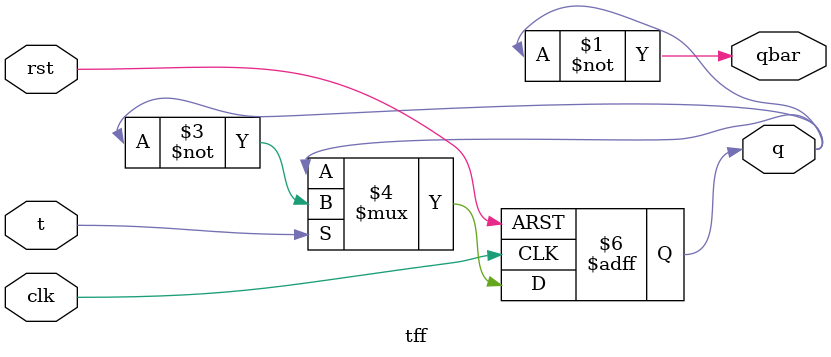
<source format=v>
`timescale 1ns / 1ps


module tff(
    input t, clk, rst,
    output q, qbar
    );
    reg q;
    assign qbar = ~q;
    
    always @(posedge clk or posedge rst) begin
        if(rst) q <= 0;
        else if(t)
            q <= ~q;
    end
    
endmodule


</source>
